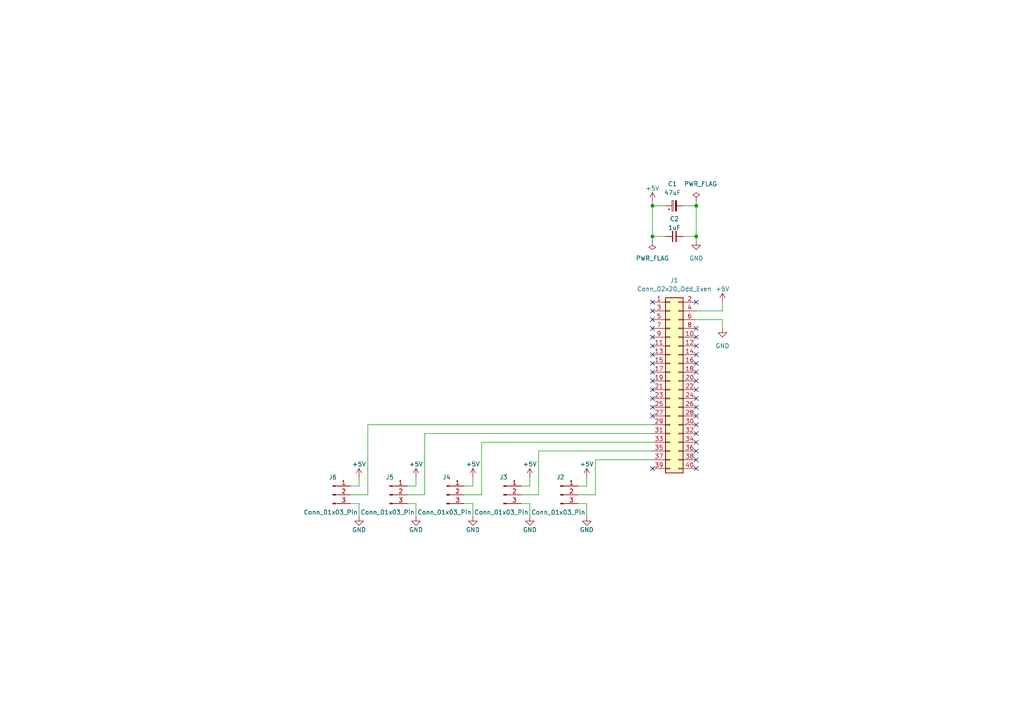
<source format=kicad_sch>
(kicad_sch (version 20230121) (generator eeschema)
  (paper "A4")
  (lib_symbols
    (symbol "Connector:Conn_01x03_Pin" (pin_names (offset 1.016) hide)
      (property "Reference" "J" (at 0 5.08 0))
      (property "Value" "Conn_01x03_Pin" (at 0 -5.08 0))
      (symbol "Conn_01x03_Pin_1_1"
        (polyline (pts (xy 1.27 -2.54) (xy 0.8636 -2.54)) (stroke (width 0.1524)))
        (polyline (pts (xy 1.27 0) (xy 0.8636 0)) (stroke (width 0.1524)))
        (polyline (pts (xy 1.27 2.54) (xy 0.8636 2.54)) (stroke (width 0.1524)))
        (rectangle (start 0.8636 -2.413) (end 0 -2.667) (stroke (width 0.1524)) (fill (type outline)))
        (rectangle (start 0.8636 0.127) (end 0 -0.127) (stroke (width 0.1524)) (fill (type outline)))
        (rectangle (start 0.8636 2.667) (end 0 2.413) (stroke (width 0.1524)) (fill (type outline)))
        (pin passive line (at 5.08 2.54 180) (length 3.81) (name "Pin_1") (number "1"))
        (pin passive line (at 5.08 0 180) (length 3.81) (name "Pin_2") (number "2"))
        (pin passive line (at 5.08 -2.54 180) (length 3.81) (name "Pin_3") (number "3"))
      )
    )
    (symbol "Connector_Generic:Conn_02x20_Odd_Even" (pin_names (offset 1.016) hide)
      (property "Reference" "J" (at 1.27 25.4 0))
      (property "Value" "Conn_02x20_Odd_Even" (at 1.27 -27.94 0))
      (symbol "Conn_02x20_Odd_Even_1_1"
        (rectangle (start -1.27 -25.273) (end 0 -25.527) (stroke (width 0.1524)))
        (rectangle (start -1.27 -22.733) (end 0 -22.987) (stroke (width 0.1524)))
        (rectangle (start -1.27 -20.193) (end 0 -20.447) (stroke (width 0.1524)))
        (rectangle (start -1.27 -17.653) (end 0 -17.907) (stroke (width 0.1524)))
        (rectangle (start -1.27 -15.113) (end 0 -15.367) (stroke (width 0.1524)))
        (rectangle (start -1.27 -12.573) (end 0 -12.827) (stroke (width 0.1524)))
        (rectangle (start -1.27 -10.033) (end 0 -10.287) (stroke (width 0.1524)))
        (rectangle (start -1.27 -7.493) (end 0 -7.747) (stroke (width 0.1524)))
        (rectangle (start -1.27 -4.953) (end 0 -5.207) (stroke (width 0.1524)))
        (rectangle (start -1.27 -2.413) (end 0 -2.667) (stroke (width 0.1524)))
        (rectangle (start -1.27 0.127) (end 0 -0.127) (stroke (width 0.1524)))
        (rectangle (start -1.27 2.667) (end 0 2.413) (stroke (width 0.1524)))
        (rectangle (start -1.27 5.207) (end 0 4.953) (stroke (width 0.1524)))
        (rectangle (start -1.27 7.747) (end 0 7.493) (stroke (width 0.1524)))
        (rectangle (start -1.27 10.287) (end 0 10.033) (stroke (width 0.1524)))
        (rectangle (start -1.27 12.827) (end 0 12.573) (stroke (width 0.1524)))
        (rectangle (start -1.27 15.367) (end 0 15.113) (stroke (width 0.1524)))
        (rectangle (start -1.27 17.907) (end 0 17.653) (stroke (width 0.1524)))
        (rectangle (start -1.27 20.447) (end 0 20.193) (stroke (width 0.1524)))
        (rectangle (start -1.27 22.987) (end 0 22.733) (stroke (width 0.1524)))
        (rectangle (start -1.27 24.13) (end 3.81 -26.67) (stroke (width 0.254)) (fill (type background)))
        (rectangle (start 3.81 -25.273) (end 2.54 -25.527) (stroke (width 0.1524)))
        (rectangle (start 3.81 -22.733) (end 2.54 -22.987) (stroke (width 0.1524)))
        (rectangle (start 3.81 -20.193) (end 2.54 -20.447) (stroke (width 0.1524)))
        (rectangle (start 3.81 -17.653) (end 2.54 -17.907) (stroke (width 0.1524)))
        (rectangle (start 3.81 -15.113) (end 2.54 -15.367) (stroke (width 0.1524)))
        (rectangle (start 3.81 -12.573) (end 2.54 -12.827) (stroke (width 0.1524)))
        (rectangle (start 3.81 -10.033) (end 2.54 -10.287) (stroke (width 0.1524)))
        (rectangle (start 3.81 -7.493) (end 2.54 -7.747) (stroke (width 0.1524)))
        (rectangle (start 3.81 -4.953) (end 2.54 -5.207) (stroke (width 0.1524)))
        (rectangle (start 3.81 -2.413) (end 2.54 -2.667) (stroke (width 0.1524)))
        (rectangle (start 3.81 0.127) (end 2.54 -0.127) (stroke (width 0.1524)))
        (rectangle (start 3.81 2.667) (end 2.54 2.413) (stroke (width 0.1524)))
        (rectangle (start 3.81 5.207) (end 2.54 4.953) (stroke (width 0.1524)))
        (rectangle (start 3.81 7.747) (end 2.54 7.493) (stroke (width 0.1524)))
        (rectangle (start 3.81 10.287) (end 2.54 10.033) (stroke (width 0.1524)))
        (rectangle (start 3.81 12.827) (end 2.54 12.573) (stroke (width 0.1524)))
        (rectangle (start 3.81 15.367) (end 2.54 15.113) (stroke (width 0.1524)))
        (rectangle (start 3.81 17.907) (end 2.54 17.653) (stroke (width 0.1524)))
        (rectangle (start 3.81 20.447) (end 2.54 20.193) (stroke (width 0.1524)))
        (rectangle (start 3.81 22.987) (end 2.54 22.733) (stroke (width 0.1524)))
        (pin passive line (at -5.08 22.86 0) (length 3.81) (name "Pin_1") (number "1"))
        (pin passive line (at 7.62 12.7 180) (length 3.81) (name "Pin_10") (number "10"))
        (pin passive line (at -5.08 10.16 0) (length 3.81) (name "Pin_11") (number "11"))
        (pin passive line (at 7.62 10.16 180) (length 3.81) (name "Pin_12") (number "12"))
        (pin passive line (at -5.08 7.62 0) (length 3.81) (name "Pin_13") (number "13"))
        (pin passive line (at 7.62 7.62 180) (length 3.81) (name "Pin_14") (number "14"))
        (pin passive line (at -5.08 5.08 0) (length 3.81) (name "Pin_15") (number "15"))
        (pin passive line (at 7.62 5.08 180) (length 3.81) (name "Pin_16") (number "16"))
        (pin passive line (at -5.08 2.54 0) (length 3.81) (name "Pin_17") (number "17"))
        (pin passive line (at 7.62 2.54 180) (length 3.81) (name "Pin_18") (number "18"))
        (pin passive line (at -5.08 0 0) (length 3.81) (name "Pin_19") (number "19"))
        (pin passive line (at 7.62 22.86 180) (length 3.81) (name "Pin_2") (number "2"))
        (pin passive line (at 7.62 0 180) (length 3.81) (name "Pin_20") (number "20"))
        (pin passive line (at -5.08 -2.54 0) (length 3.81) (name "Pin_21") (number "21"))
        (pin passive line (at 7.62 -2.54 180) (length 3.81) (name "Pin_22") (number "22"))
        (pin passive line (at -5.08 -5.08 0) (length 3.81) (name "Pin_23") (number "23"))
        (pin passive line (at 7.62 -5.08 180) (length 3.81) (name "Pin_24") (number "24"))
        (pin passive line (at -5.08 -7.62 0) (length 3.81) (name "Pin_25") (number "25"))
        (pin passive line (at 7.62 -7.62 180) (length 3.81) (name "Pin_26") (number "26"))
        (pin passive line (at -5.08 -10.16 0) (length 3.81) (name "Pin_27") (number "27"))
        (pin passive line (at 7.62 -10.16 180) (length 3.81) (name "Pin_28") (number "28"))
        (pin passive line (at -5.08 -12.7 0) (length 3.81) (name "Pin_29") (number "29"))
        (pin passive line (at -5.08 20.32 0) (length 3.81) (name "Pin_3") (number "3"))
        (pin passive line (at 7.62 -12.7 180) (length 3.81) (name "Pin_30") (number "30"))
        (pin passive line (at -5.08 -15.24 0) (length 3.81) (name "Pin_31") (number "31"))
        (pin passive line (at 7.62 -15.24 180) (length 3.81) (name "Pin_32") (number "32"))
        (pin passive line (at -5.08 -17.78 0) (length 3.81) (name "Pin_33") (number "33"))
        (pin passive line (at 7.62 -17.78 180) (length 3.81) (name "Pin_34") (number "34"))
        (pin passive line (at -5.08 -20.32 0) (length 3.81) (name "Pin_35") (number "35"))
        (pin passive line (at 7.62 -20.32 180) (length 3.81) (name "Pin_36") (number "36"))
        (pin passive line (at -5.08 -22.86 0) (length 3.81) (name "Pin_37") (number "37"))
        (pin passive line (at 7.62 -22.86 180) (length 3.81) (name "Pin_38") (number "38"))
        (pin passive line (at -5.08 -25.4 0) (length 3.81) (name "Pin_39") (number "39"))
        (pin passive line (at 7.62 20.32 180) (length 3.81) (name "Pin_4") (number "4"))
        (pin passive line (at 7.62 -25.4 180) (length 3.81) (name "Pin_40") (number "40"))
        (pin passive line (at -5.08 17.78 0) (length 3.81) (name "Pin_5") (number "5"))
        (pin passive line (at 7.62 17.78 180) (length 3.81) (name "Pin_6") (number "6"))
        (pin passive line (at -5.08 15.24 0) (length 3.81) (name "Pin_7") (number "7"))
        (pin passive line (at 7.62 15.24 180) (length 3.81) (name "Pin_8") (number "8"))
        (pin passive line (at -5.08 12.7 0) (length 3.81) (name "Pin_9") (number "9"))
      )
    )
    (symbol "Device:C_Polarized_Small" (pin_numbers hide) (pin_names (offset 0.254) hide)
      (property "Reference" "C" (at 0.254 1.778 0))
      (property "Value" "C_Polarized_Small" (at 0.254 -2.032 0))
      (symbol "C_Polarized_Small_0_1"
        (rectangle (start -1.524 -0.3048) (end 1.524 -0.6858) (fill (type outline)))
        (rectangle (start -1.524 0.6858) (end 1.524 0.3048))
        (polyline (pts (xy -1.27 1.524) (xy -0.762 1.524)))
        (polyline (pts (xy -1.016 1.27) (xy -1.016 1.778)))
      )
      (symbol "C_Polarized_Small_1_1"
        (pin passive line (at 0 2.54 270) (length 1.8542) (name "~") (number "1"))
        (pin passive line (at 0 -2.54 90) (length 1.8542) (name "~") (number "2"))
      )
    )
    (symbol "Device:C_Small" (pin_numbers hide) (pin_names (offset 0.254) hide)
      (property "Reference" "C" (at 0.254 1.778 0))
      (property "Value" "C_Small" (at 0.254 -2.032 0))
      (symbol "C_Small_0_1"
        (polyline (pts (xy -1.524 -0.508) (xy 1.524 -0.508)) (stroke (width 0.3302)))
        (polyline (pts (xy -1.524 0.508) (xy 1.524 0.508)) (stroke (width 0.3048)))
      )
      (symbol "C_Small_1_1"
        (pin passive line (at 0 2.54 270) (length 2.032) (name "~") (number "1"))
        (pin passive line (at 0 -2.54 90) (length 2.032) (name "~") (number "2"))
      )
    )
    (symbol "GND_1" (power) (pin_names (offset 0))
      (property "Value" "GND_1" (at 0 -3.81 0))
      (symbol "GND_1_0_1"
        (polyline (pts (xy 0 0) (xy 0 -1.27) (xy 1.27 -1.27) (xy 0 -2.54) (xy -1.27 -1.27) (xy 0 -1.27)))
      )
      (symbol "GND_1_1_1"
        (pin power_in line (at 0 0 270) (length 0) hide (name "GND") (number "1"))
      )
    )
    (symbol "GND_2" (power) (pin_names (offset 0))
      (property "Value" "GND_2" (at 0 -3.81 0))
      (symbol "GND_2_0_1"
        (polyline (pts (xy 0 0) (xy 0 -1.27) (xy 1.27 -1.27) (xy 0 -2.54) (xy -1.27 -1.27) (xy 0 -1.27)))
      )
      (symbol "GND_2_1_1"
        (pin power_in line (at 0 0 270) (length 0) hide (name "GND") (number "1"))
      )
    )
    (symbol "GND_3" (power) (pin_names (offset 0))
      (property "Value" "GND_3" (at 0 -3.81 0))
      (symbol "GND_3_0_1"
        (polyline (pts (xy 0 0) (xy 0 -1.27) (xy 1.27 -1.27) (xy 0 -2.54) (xy -1.27 -1.27) (xy 0 -1.27)))
      )
      (symbol "GND_3_1_1"
        (pin power_in line (at 0 0 270) (length 0) hide (name "GND") (number "1"))
      )
    )
    (symbol "GND_4" (power) (pin_names (offset 0))
      (property "Value" "GND_4" (at 0 -3.81 0))
      (symbol "GND_4_0_1"
        (polyline (pts (xy 0 0) (xy 0 -1.27) (xy 1.27 -1.27) (xy 0 -2.54) (xy -1.27 -1.27) (xy 0 -1.27)))
      )
      (symbol "GND_4_1_1"
        (pin power_in line (at 0 0 270) (length 0) hide (name "GND") (number "1"))
      )
    )
    (symbol "GND_5" (power) (pin_names (offset 0))
      (property "Value" "GND_5" (at 0 -3.81 0))
      (symbol "GND_5_0_1"
        (polyline (pts (xy 0 0) (xy 0 -1.27) (xy 1.27 -1.27) (xy 0 -2.54) (xy -1.27 -1.27) (xy 0 -1.27)))
      )
      (symbol "GND_5_1_1"
        (pin power_in line (at 0 0 270) (length 0) hide (name "GND") (number "1"))
      )
    )
    (symbol "GND_6" (power) (pin_names (offset 0))
      (property "Value" "GND_6" (at 0 -3.81 0))
      (symbol "GND_6_0_1"
        (polyline (pts (xy 0 0) (xy 0 -1.27) (xy 1.27 -1.27) (xy 0 -2.54) (xy -1.27 -1.27) (xy 0 -1.27)))
      )
      (symbol "GND_6_1_1"
        (pin power_in line (at 0 0 270) (length 0) hide (name "GND") (number "1"))
      )
    )
    (symbol "power:+5V" (power) (pin_names (offset 0))
      (property "Value" "+5V" (at 0 3.556 0))
      (symbol "+5V_0_1"
        (polyline (pts (xy -0.762 1.27) (xy 0 2.54)))
        (polyline (pts (xy 0 0) (xy 0 2.54)))
        (polyline (pts (xy 0 2.54) (xy 0.762 1.27)))
      )
      (symbol "+5V_1_1"
        (pin power_in line (at 0 0 90) (length 0) hide (name "+5V") (number "1"))
      )
    )
    (symbol "power:GND" (power) (pin_names (offset 0))
      (property "Value" "GND" (at 0 -3.81 0))
      (symbol "GND_0_1"
        (polyline (pts (xy 0 0) (xy 0 -1.27) (xy 1.27 -1.27) (xy 0 -2.54) (xy -1.27 -1.27) (xy 0 -1.27)))
      )
      (symbol "GND_1_1"
        (pin power_in line (at 0 0 270) (length 0) hide (name "GND") (number "1"))
      )
    )
    (symbol "power:PWR_FLAG" (power) (pin_numbers hide) (pin_names (offset 0) hide)
      (property "Value" "PWR_FLAG" (at 0 3.81 0))
      (symbol "PWR_FLAG_0_0"
        (pin power_out line (at 0 0 90) (length 0) (name "pwr") (number "1"))
      )
      (symbol "PWR_FLAG_0_1"
        (polyline (pts (xy 0 0) (xy 0 1.27) (xy -1.016 1.905) (xy 0 2.54) (xy 1.016 1.905) (xy 0 1.27)))
      )
    )
  )
  (junction (at 189.23 59.69))
  (junction (at 201.93 59.69))
  (junction (at 201.93 68.58))
  (junction (at 189.23 68.58))
  (no_connect (at 189.23 135.89))
  (no_connect (at 201.93 130.81))
  (no_connect (at 201.93 135.89))
  (no_connect (at 201.93 128.27))
  (no_connect (at 201.93 133.35))
  (no_connect (at 189.23 120.65))
  (no_connect (at 201.93 123.19))
  (no_connect (at 201.93 118.11))
  (no_connect (at 201.93 125.73))
  (no_connect (at 201.93 120.65))
  (no_connect (at 189.23 105.41))
  (no_connect (at 201.93 107.95))
  (no_connect (at 201.93 113.03))
  (no_connect (at 201.93 105.41))
  (no_connect (at 201.93 95.25))
  (no_connect (at 201.93 100.33))
  (no_connect (at 201.93 97.79))
  (no_connect (at 201.93 102.87))
  (no_connect (at 189.23 92.71))
  (no_connect (at 189.23 100.33))
  (no_connect (at 189.23 97.79))
  (no_connect (at 189.23 95.25))
  (no_connect (at 189.23 102.87))
  (no_connect (at 201.93 87.63))
  (no_connect (at 189.23 87.63))
  (no_connect (at 189.23 90.17))
  (no_connect (at 201.93 115.57))
  (no_connect (at 189.23 110.49))
  (no_connect (at 189.23 118.11))
  (no_connect (at 189.23 113.03))
  (no_connect (at 189.23 115.57))
  (no_connect (at 201.93 110.49))
  (no_connect (at 189.23 107.95))
  (wire (pts (xy 137.16 146.05) (xy 137.16 149.86)))
  (wire (pts (xy 167.64 146.05) (xy 170.18 146.05)))
  (wire (pts (xy 167.64 140.97) (xy 170.18 140.97)))
  (wire (pts (xy 137.16 140.97) (xy 137.16 138.43)))
  (wire (pts (xy 189.23 59.69) (xy 189.23 68.58)))
  (wire (pts (xy 189.23 133.35) (xy 172.72 133.35)))
  (wire (pts (xy 189.23 130.81) (xy 156.21 130.81)))
  (wire (pts (xy 198.12 68.58) (xy 201.93 68.58)))
  (wire (pts (xy 153.67 140.97) (xy 153.67 138.43)))
  (wire (pts (xy 134.62 140.97) (xy 137.16 140.97)))
  (wire (pts (xy 153.67 146.05) (xy 153.67 149.86)))
  (wire (pts (xy 106.68 123.19) (xy 189.23 123.19)))
  (wire (pts (xy 101.6 143.51) (xy 106.68 143.51)))
  (wire (pts (xy 201.93 59.69) (xy 201.93 68.58)))
  (wire (pts (xy 123.19 125.73) (xy 123.19 143.51)))
  (wire (pts (xy 156.21 143.51) (xy 151.13 143.51)))
  (wire (pts (xy 106.68 143.51) (xy 106.68 123.19)))
  (wire (pts (xy 189.23 68.58) (xy 193.04 68.58)))
  (wire (pts (xy 139.7 128.27) (xy 139.7 143.51)))
  (wire (pts (xy 123.19 143.51) (xy 118.11 143.51)))
  (wire (pts (xy 104.14 146.05) (xy 104.14 149.86)))
  (wire (pts (xy 189.23 58.42) (xy 189.23 59.69)))
  (wire (pts (xy 189.23 125.73) (xy 123.19 125.73)))
  (wire (pts (xy 120.65 140.97) (xy 120.65 138.43)))
  (wire (pts (xy 209.55 92.71) (xy 209.55 95.25)))
  (wire (pts (xy 156.21 130.81) (xy 156.21 143.51)))
  (wire (pts (xy 101.6 140.97) (xy 104.14 140.97)))
  (wire (pts (xy 118.11 146.05) (xy 120.65 146.05)))
  (wire (pts (xy 170.18 140.97) (xy 170.18 138.43)))
  (wire (pts (xy 104.14 138.43) (xy 104.14 140.97)))
  (wire (pts (xy 172.72 133.35) (xy 172.72 143.51)))
  (wire (pts (xy 201.93 68.58) (xy 201.93 69.85)))
  (wire (pts (xy 120.65 146.05) (xy 120.65 149.86)))
  (wire (pts (xy 198.12 59.69) (xy 201.93 59.69)))
  (wire (pts (xy 118.11 140.97) (xy 120.65 140.97)))
  (wire (pts (xy 189.23 128.27) (xy 139.7 128.27)))
  (wire (pts (xy 201.93 92.71) (xy 209.55 92.71)))
  (wire (pts (xy 189.23 68.58) (xy 189.23 69.85)))
  (wire (pts (xy 139.7 143.51) (xy 134.62 143.51)))
  (wire (pts (xy 134.62 146.05) (xy 137.16 146.05)))
  (wire (pts (xy 172.72 143.51) (xy 167.64 143.51)))
  (wire (pts (xy 151.13 140.97) (xy 153.67 140.97)))
  (wire (pts (xy 201.93 58.42) (xy 201.93 59.69)))
  (wire (pts (xy 201.93 90.17) (xy 209.55 90.17)))
  (wire (pts (xy 151.13 146.05) (xy 153.67 146.05)))
  (wire (pts (xy 209.55 90.17) (xy 209.55 87.63)))
  (wire (pts (xy 101.6 146.05) (xy 104.14 146.05)))
  (wire (pts (xy 189.23 59.69) (xy 193.04 59.69)))
  (wire (pts (xy 170.18 146.05) (xy 170.18 149.86)))
  (symbol (lib_name "GND_3") (lib_id "power:GND") (at 153.67 149.86 0) (unit 1)
    (property "Reference" "#PWR05" (effects hide))
    (property "Value" "GND" (at 153.67 153.67 0))
  )
  (symbol (lib_id "power:+5V") (at 209.55 87.63 0) (unit 1)
    (property "Reference" "#PWR02" (effects hide))
    (property "Value" "+5V" (at 209.55 83.82 0))
  )
  (symbol (lib_id "Device:C_Small") (at 195.58 68.58 90) (unit 1)
    (property "Reference" "C2" (at 195.5863 63.5 90))
    (property "Value" "1uF" (at 195.5863 66.04 90))
    (property "Footprint" "Capacitor_SMD:C_0805_2012Metric" (effects hide))
  )
  (symbol (lib_id "power:+5V") (at 189.23 58.42 0) (unit 1)
    (property "Reference" "#PWR01" (effects hide))
    (property "Value" "+5V" (at 189.23 54.61 0))
  )
  (symbol (lib_id "Connector:Conn_01x03_Pin") (at 113.03 143.51 0) (unit 1)
    (property "Reference" "J5" (at 113.03 138.43 0))
    (property "Value" "Conn_01x03_Pin" (at 112.395 148.59 0))
    (property "Footprint" "This:PinHeader_1x03_P2.54mm_Horizontal_SMD_BoardEdge_Right" (effects hide))
  )
  (symbol (lib_id "Connector:Conn_01x03_Pin") (at 162.56 143.51 0) (unit 1)
    (property "Reference" "J2" (at 162.56 138.43 0))
    (property "Value" "Conn_01x03_Pin" (at 161.925 148.59 0))
    (property "Footprint" "This:PinHeader_1x03_P2.54mm_Horizontal_SMD_BoardEdge_Right" (effects hide))
  )
  (symbol (lib_id "power:+5V") (at 104.14 138.43 0) (unit 1)
    (property "Reference" "#PWR014" (effects hide))
    (property "Value" "+5V" (at 104.14 134.62 0))
  )
  (symbol (lib_id "Connector:Conn_01x03_Pin") (at 129.54 143.51 0) (unit 1)
    (property "Reference" "J4" (at 129.54 138.43 0))
    (property "Value" "Conn_01x03_Pin" (at 128.905 148.59 0))
    (property "Footprint" "This:PinHeader_1x03_P2.54mm_Horizontal_SMD_BoardEdge_Right" (effects hide))
  )
  (symbol (lib_id "power:PWR_FLAG") (at 189.23 69.85 180) (unit 1)
    (property "Reference" "#FLG01" (effects hide))
    (property "Value" "PWR_FLAG" (at 189.23 74.93 0))
  )
  (symbol (lib_name "GND_5") (lib_id "power:GND") (at 104.14 149.86 0) (unit 1)
    (property "Reference" "#PWR08" (effects hide))
    (property "Value" "GND" (at 104.14 153.67 0))
  )
  (symbol (lib_id "power:+5V") (at 170.18 138.43 0) (unit 1)
    (property "Reference" "#PWR010" (effects hide))
    (property "Value" "+5V" (at 170.18 134.62 0))
  )
  (symbol (lib_name "GND_6") (lib_id "power:GND") (at 137.16 149.86 0) (unit 1)
    (property "Reference" "#PWR09" (effects hide))
    (property "Value" "GND" (at 137.16 153.67 0))
  )
  (symbol (lib_id "power:+5V") (at 120.65 138.43 0) (unit 1)
    (property "Reference" "#PWR013" (effects hide))
    (property "Value" "+5V" (at 120.65 134.62 0))
  )
  (symbol (lib_id "Connector:Conn_01x03_Pin") (at 146.05 143.51 0) (unit 1)
    (property "Reference" "J3" (at 146.05 138.43 0))
    (property "Value" "Conn_01x03_Pin" (at 145.415 148.59 0))
    (property "Footprint" "This:PinHeader_1x03_P2.54mm_Horizontal_SMD_BoardEdge_Right" (effects hide))
  )
  (symbol (lib_name "GND_2") (lib_id "power:GND") (at 170.18 149.86 0) (unit 1)
    (property "Reference" "#PWR04" (effects hide))
    (property "Value" "GND" (at 170.18 153.67 0))
  )
  (symbol (lib_id "power:+5V") (at 153.67 138.43 0) (unit 1)
    (property "Reference" "#PWR011" (effects hide))
    (property "Value" "+5V" (at 153.67 134.62 0))
  )
  (symbol (lib_id "power:GND") (at 201.93 69.85 0) (unit 1)
    (property "Reference" "#PWR07" (effects hide))
    (property "Value" "GND" (at 201.93 74.93 0))
  )
  (symbol (lib_id "power:+5V") (at 137.16 138.43 0) (unit 1)
    (property "Reference" "#PWR012" (effects hide))
    (property "Value" "+5V" (at 137.16 134.62 0))
  )
  (symbol (lib_name "GND_1") (lib_id "power:GND") (at 209.55 95.25 0) (unit 1)
    (property "Reference" "#PWR03" (effects hide))
    (property "Value" "GND" (at 209.55 100.33 0))
  )
  (symbol (lib_id "power:PWR_FLAG") (at 201.93 58.42 0) (unit 1)
    (property "Reference" "#FLG02" (effects hide))
    (property "Value" "PWR_FLAG" (at 203.2 53.34 0))
  )
  (symbol (lib_id "Connector_Generic:Conn_02x20_Odd_Even") (at 194.31 110.49 0) (unit 1)
    (property "Reference" "J1" (at 195.58 81.28 0))
    (property "Value" "Conn_02x20_Odd_Even" (at 195.58 83.82 0))
    (property "Footprint" "Connector_PinSocket_2.54mm:PinSocket_2x20_P2.54mm_Vertical" (effects hide))
  )
  (symbol (lib_name "GND_4") (lib_id "power:GND") (at 120.65 149.86 0) (unit 1)
    (property "Reference" "#PWR06" (effects hide))
    (property "Value" "GND" (at 120.65 153.67 0))
  )
  (symbol (lib_id "Connector:Conn_01x03_Pin") (at 96.52 143.51 0) (unit 1)
    (property "Reference" "J6" (at 96.52 138.43 0))
    (property "Value" "Conn_01x03_Pin" (at 95.885 148.59 0))
    (property "Footprint" "This:PinHeader_1x03_P2.54mm_Horizontal_SMD_BoardEdge_Right" (effects hide))
  )
  (symbol (lib_id "Device:C_Polarized_Small") (at 195.58 59.69 90) (unit 1)
    (property "Reference" "C1" (at 195.0339 53.34 90))
    (property "Value" "47uF" (at 195.0339 55.88 90))
    (property "Footprint" "Capacitor_THT:CP_Radial_D7.5mm_P2.50mm" (effects hide))
  )
)
</source>
